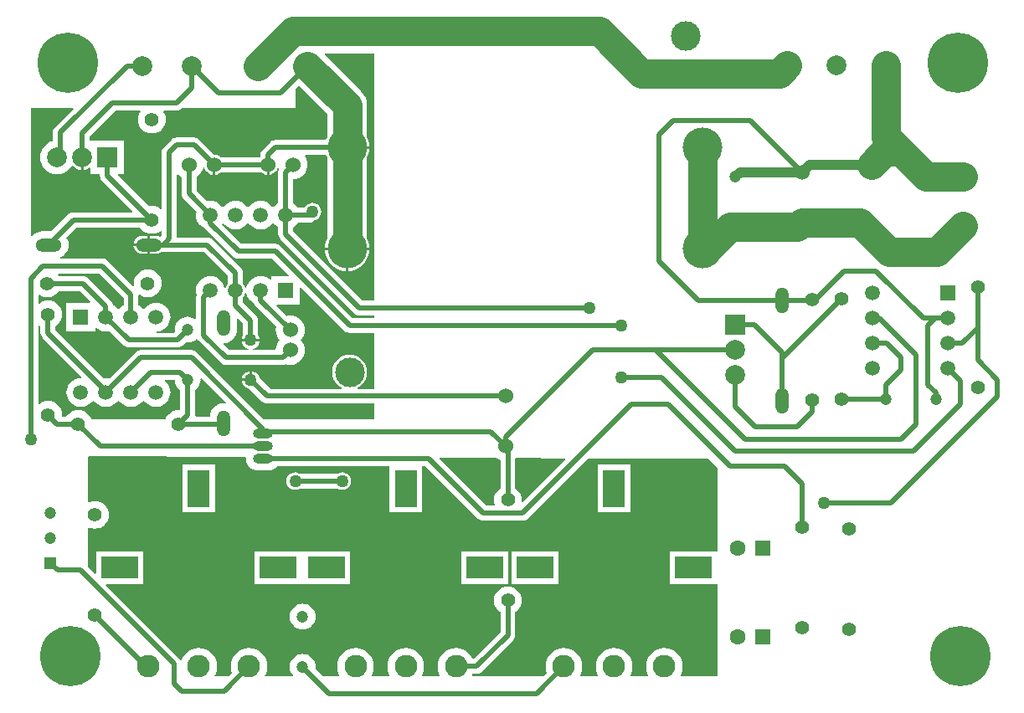
<source format=gtl>
G04*
G04 #@! TF.GenerationSoftware,Altium Limited,Altium Designer,18.0.7 (293)*
G04*
G04 Layer_Physical_Order=1*
G04 Layer_Color=255*
%FSLAX43Y43*%
%MOMM*%
G71*
G01*
G75*
%ADD13R,3.810X2.286*%
%ADD14R,2.286X3.810*%
%ADD38C,3.000*%
%ADD39C,0.500*%
%ADD40C,1.000*%
%ADD41R,2.000X2.000*%
%ADD42C,2.000*%
%ADD43O,1.321X2.642*%
%ADD44C,1.524*%
%ADD45C,1.400*%
%ADD46O,2.642X1.321*%
%ADD47C,6.100*%
%ADD48C,1.500*%
%ADD49C,4.000*%
%ADD50O,2.000X1.000*%
%ADD51O,2.000X1.000*%
%ADD52R,2.000X2.000*%
%ADD53C,1.200*%
%ADD54R,1.500X1.500*%
%ADD55R,1.500X1.500*%
%ADD56C,2.286*%
%ADD57R,1.600X1.600*%
%ADD58C,1.600*%
%ADD59R,1.200X1.200*%
%ADD60C,1.270*%
%ADD61C,3.000*%
G36*
X30990Y59927D02*
Y57534D01*
X30985Y57526D01*
X30874Y57256D01*
X25750D01*
X25554Y57231D01*
X25372Y57155D01*
X25215Y57035D01*
X25215Y57035D01*
X24465Y56285D01*
X24345Y56128D01*
X24269Y55946D01*
X24244Y55750D01*
Y55506D01*
X20223D01*
X20052Y55637D01*
X19805Y55740D01*
X19592Y55768D01*
X18075Y57285D01*
X17918Y57405D01*
X17736Y57481D01*
X17540Y57506D01*
X15750D01*
X15750Y57506D01*
X15554Y57481D01*
X15372Y57405D01*
X15215Y57285D01*
X14465Y56535D01*
X14345Y56378D01*
X14269Y56196D01*
X14244Y56000D01*
Y50314D01*
X14129Y50260D01*
X14032Y50340D01*
X13788Y50470D01*
X13524Y50550D01*
X13250Y50577D01*
X12976Y50550D01*
X12948Y50541D01*
X9807Y53683D01*
X9856Y53800D01*
X10450D01*
Y57200D01*
X7050D01*
X6966Y57292D01*
Y57647D01*
X9563Y60244D01*
X12040D01*
X12094Y60129D01*
X12080Y60112D01*
X11950Y59868D01*
X11870Y59604D01*
X11843Y59330D01*
X11870Y59056D01*
X11950Y58792D01*
X12080Y58548D01*
X12255Y58335D01*
X12468Y58160D01*
X12712Y58030D01*
X12976Y57950D01*
X13250Y57923D01*
X13524Y57950D01*
X13788Y58030D01*
X14032Y58160D01*
X14245Y58335D01*
X14420Y58548D01*
X14550Y58792D01*
X14630Y59056D01*
X14657Y59330D01*
X14630Y59604D01*
X14550Y59868D01*
X14420Y60112D01*
X14406Y60129D01*
X14460Y60244D01*
X15750D01*
X15946Y60269D01*
X16128Y60345D01*
X16285Y60465D01*
X16320Y60500D01*
X27750D01*
Y62421D01*
X28123Y62794D01*
X30990Y59927D01*
D02*
G37*
G36*
X25127Y53742D02*
X25265Y53760D01*
X25512Y53863D01*
X25725Y54025D01*
X25887Y54238D01*
X25944Y54374D01*
X26083Y54377D01*
X26110Y54318D01*
X26059Y54196D01*
X26034Y54000D01*
Y50888D01*
X25981Y50859D01*
X25760Y50678D01*
X25595Y50477D01*
X25520Y50466D01*
X25445Y50477D01*
X25280Y50678D01*
X25059Y50859D01*
X24808Y50994D01*
X24534Y51077D01*
X24250Y51105D01*
X23966Y51077D01*
X23692Y50994D01*
X23441Y50859D01*
X23220Y50678D01*
X23055Y50477D01*
X22980Y50466D01*
X22905Y50477D01*
X22740Y50678D01*
X22519Y50859D01*
X22268Y50994D01*
X21994Y51077D01*
X21710Y51105D01*
X21426Y51077D01*
X21152Y50994D01*
X20901Y50859D01*
X20680Y50678D01*
X20515Y50477D01*
X20440Y50466D01*
X20365Y50477D01*
X20200Y50678D01*
X19979Y50859D01*
X19728Y50994D01*
X19454Y51077D01*
X19170Y51105D01*
X18886Y51077D01*
X18828Y51060D01*
X17756Y52131D01*
Y53497D01*
X17816Y53529D01*
X18039Y53711D01*
X18221Y53934D01*
X18357Y54188D01*
X18433Y54437D01*
X18513Y54454D01*
X18566Y54448D01*
X18653Y54238D01*
X18815Y54025D01*
X19028Y53863D01*
X19275Y53760D01*
X19413Y53742D01*
Y54750D01*
X19667D01*
Y53742D01*
X19805Y53760D01*
X20052Y53863D01*
X20223Y53994D01*
X24317D01*
X24488Y53863D01*
X24735Y53760D01*
X24873Y53742D01*
Y54750D01*
X25127D01*
Y53742D01*
D02*
G37*
G36*
X23055Y48819D02*
X23220Y48618D01*
X23441Y48437D01*
X23692Y48302D01*
X23966Y48219D01*
X24250Y48191D01*
X24534Y48219D01*
X24808Y48302D01*
X25059Y48437D01*
X25280Y48618D01*
X25445Y48819D01*
X25520Y48830D01*
X25595Y48819D01*
X25760Y48618D01*
X25981Y48437D01*
X26034Y48408D01*
Y47710D01*
X26059Y47514D01*
X26135Y47332D01*
X26255Y47175D01*
X33715Y39715D01*
X33715Y39715D01*
X33872Y39595D01*
X34054Y39519D01*
X34250Y39494D01*
X34250Y39494D01*
X35750D01*
Y39256D01*
X33563D01*
X26285Y46535D01*
X26128Y46655D01*
X25946Y46731D01*
X25750Y46756D01*
X22313D01*
X20374Y48695D01*
X20404Y48778D01*
X20542Y48786D01*
X20680Y48618D01*
X20901Y48437D01*
X21152Y48302D01*
X21426Y48219D01*
X21710Y48191D01*
X21994Y48219D01*
X22268Y48302D01*
X22519Y48437D01*
X22740Y48618D01*
X22905Y48819D01*
X22980Y48830D01*
X23055Y48819D01*
D02*
G37*
G36*
X5313Y60383D02*
X3465Y58535D01*
X3345Y58378D01*
X3269Y58196D01*
X3244Y58000D01*
Y57147D01*
X3016Y57078D01*
X2721Y56920D01*
X2462Y56708D01*
X2250Y56449D01*
X2092Y56154D01*
X1995Y55833D01*
X1962Y55500D01*
X1995Y55167D01*
X2092Y54846D01*
X2250Y54551D01*
X2462Y54292D01*
X2721Y54080D01*
X3016Y53922D01*
X3337Y53825D01*
X3670Y53792D01*
X4003Y53825D01*
X4324Y53922D01*
X4619Y54080D01*
X4878Y54292D01*
X5090Y54551D01*
X5145Y54654D01*
X5272Y54666D01*
X5319Y54609D01*
X5510Y54452D01*
X5728Y54336D01*
X5964Y54264D01*
X6083Y54252D01*
Y55500D01*
X6337D01*
Y54252D01*
X6456Y54264D01*
X6692Y54336D01*
X6910Y54452D01*
X6935Y54473D01*
X7050Y54419D01*
Y53800D01*
X7994D01*
Y53670D01*
X8019Y53474D01*
X8095Y53292D01*
X8215Y53135D01*
X11306Y50044D01*
X11258Y49926D01*
X5320D01*
X5124Y49901D01*
X4942Y49825D01*
X4785Y49705D01*
X4785Y49705D01*
X3097Y48017D01*
X2140D01*
X1873Y47991D01*
X1616Y47913D01*
X1380Y47787D01*
X1173Y47617D01*
X1127Y47561D01*
X1000Y47606D01*
Y60500D01*
X5264D01*
X5313Y60383D01*
D02*
G37*
G36*
X12080Y48388D02*
X12255Y48175D01*
X12468Y48000D01*
X12712Y47870D01*
X12976Y47790D01*
X13250Y47763D01*
X13524Y47790D01*
X13788Y47870D01*
X14032Y48000D01*
X14129Y48080D01*
X14244Y48026D01*
Y47563D01*
X14108Y47428D01*
X14082Y47449D01*
X13859Y47541D01*
X13620Y47572D01*
X13087D01*
Y46650D01*
Y45728D01*
X13620D01*
X13859Y45759D01*
X14082Y45851D01*
X14137Y45894D01*
X18537D01*
X20954Y43477D01*
Y42691D01*
X20833Y42534D01*
X20732Y42290D01*
X20730Y42277D01*
X20602Y42279D01*
X20599Y42312D01*
X20516Y42586D01*
X20381Y42837D01*
X20200Y43058D01*
X19979Y43239D01*
X19728Y43374D01*
X19454Y43457D01*
X19170Y43485D01*
X18886Y43457D01*
X18612Y43374D01*
X18361Y43239D01*
X18140Y43058D01*
X17959Y42837D01*
X17824Y42586D01*
X17741Y42312D01*
X17713Y42028D01*
X17741Y41744D01*
X17786Y41595D01*
X17769Y41554D01*
X17744Y41358D01*
Y39188D01*
X17629Y39133D01*
X17603Y39154D01*
X17377Y39275D01*
X17132Y39349D01*
X16878Y39374D01*
X16623Y39349D01*
X16378Y39275D01*
X16152Y39154D01*
X15954Y38992D01*
X15791Y38794D01*
X15671Y38568D01*
X15596Y38323D01*
X15571Y38068D01*
X15592Y37853D01*
X15496Y37756D01*
X13720D01*
X13713Y37883D01*
X13972Y37909D01*
X14245Y37992D01*
X14497Y38126D01*
X14718Y38308D01*
X14899Y38528D01*
X15034Y38780D01*
X15116Y39054D01*
X15144Y39338D01*
X15116Y39622D01*
X15034Y39896D01*
X14899Y40147D01*
X14718Y40368D01*
X14497Y40549D01*
X14245Y40684D01*
X13972Y40767D01*
X13687Y40795D01*
X13403Y40767D01*
X13130Y40684D01*
X12878Y40549D01*
X12657Y40368D01*
X12492Y40167D01*
X12417Y40156D01*
X12343Y40167D01*
X12178Y40368D01*
X11957Y40549D01*
X11904Y40578D01*
Y41535D01*
X12031Y41595D01*
X12048Y41580D01*
X12292Y41450D01*
X12556Y41370D01*
X12830Y41343D01*
X13104Y41370D01*
X13368Y41450D01*
X13612Y41580D01*
X13825Y41755D01*
X14000Y41968D01*
X14130Y42212D01*
X14210Y42476D01*
X14237Y42750D01*
X14210Y43024D01*
X14130Y43288D01*
X14000Y43532D01*
X13825Y43745D01*
X13612Y43920D01*
X13368Y44050D01*
X13104Y44130D01*
X12830Y44157D01*
X12556Y44130D01*
X12292Y44050D01*
X12048Y43920D01*
X11835Y43745D01*
X11660Y43532D01*
X11530Y43288D01*
X11450Y43024D01*
X11423Y42750D01*
X11442Y42557D01*
X11320Y42500D01*
X8785Y45035D01*
X8628Y45155D01*
X8446Y45231D01*
X8250Y45256D01*
X3990D01*
X3972Y45383D01*
X3984Y45387D01*
X4220Y45513D01*
X4427Y45683D01*
X4597Y45891D01*
X4723Y46127D01*
X4801Y46383D01*
X4827Y46650D01*
X4801Y46917D01*
X4723Y47173D01*
X4608Y47388D01*
X5633Y48414D01*
X12067D01*
X12080Y48388D01*
D02*
G37*
G36*
X35750Y41006D02*
X34563D01*
X27546Y48023D01*
Y48408D01*
X27599Y48437D01*
X27820Y48618D01*
X28001Y48839D01*
X28030Y48892D01*
X29148D01*
X29344Y48917D01*
X29526Y48993D01*
X29683Y49113D01*
X29699Y49130D01*
X29732Y49134D01*
X29948Y49223D01*
X30134Y49366D01*
X30277Y49552D01*
X30366Y49768D01*
X30397Y50000D01*
X30366Y50232D01*
X30277Y50448D01*
X30134Y50634D01*
X29948Y50777D01*
X29732Y50866D01*
X29500Y50897D01*
X29268Y50866D01*
X29052Y50777D01*
X28866Y50634D01*
X28723Y50448D01*
X28705Y50404D01*
X28030D01*
X28001Y50457D01*
X27820Y50678D01*
X27599Y50859D01*
X27546Y50888D01*
Y53282D01*
X27827Y53309D01*
X28102Y53393D01*
X28356Y53529D01*
X28579Y53711D01*
X28761Y53934D01*
X28897Y54188D01*
X28981Y54463D01*
X29009Y54750D01*
X28981Y55037D01*
X28897Y55312D01*
X28761Y55566D01*
X28710Y55629D01*
X28764Y55744D01*
X30874D01*
X30985Y55474D01*
X30990Y55466D01*
Y47284D01*
X30985Y47276D01*
X30850Y46949D01*
X30767Y46604D01*
X30749Y46377D01*
X35251D01*
X35233Y46604D01*
X35150Y46949D01*
X35015Y47276D01*
X35010Y47284D01*
Y55466D01*
X35015Y55474D01*
X35150Y55801D01*
X35233Y56146D01*
X35251Y56373D01*
X33000D01*
Y56627D01*
X35251D01*
X35233Y56854D01*
X35150Y57199D01*
X35015Y57526D01*
X35010Y57534D01*
Y60759D01*
X34971Y61152D01*
X34857Y61528D01*
X34671Y61876D01*
X34421Y62180D01*
X30719Y65883D01*
X30767Y66000D01*
X35750Y66000D01*
Y41006D01*
D02*
G37*
G36*
X15961Y53711D02*
X16184Y53529D01*
X16244Y53497D01*
Y51818D01*
X16269Y51622D01*
X16345Y51440D01*
X16465Y51283D01*
X17758Y49990D01*
X17741Y49932D01*
X17713Y49648D01*
X17741Y49364D01*
X17824Y49090D01*
X17959Y48839D01*
X18140Y48618D01*
X18361Y48437D01*
X18612Y48302D01*
X18635Y48295D01*
X21465Y45465D01*
X21465Y45465D01*
X21622Y45345D01*
X21804Y45269D01*
X22000Y45244D01*
X25437D01*
X27085Y43595D01*
X27036Y43478D01*
X25340D01*
Y43174D01*
X25213Y43113D01*
X25059Y43239D01*
X24808Y43374D01*
X24534Y43457D01*
X24250Y43485D01*
X23966Y43457D01*
X23692Y43374D01*
X23441Y43239D01*
X23220Y43058D01*
X23039Y42837D01*
X22904Y42586D01*
X22821Y42312D01*
X22818Y42279D01*
X22690Y42277D01*
X22688Y42290D01*
X22587Y42534D01*
X22466Y42691D01*
Y43790D01*
X22441Y43986D01*
X22365Y44168D01*
X22245Y44325D01*
X19385Y47185D01*
X19228Y47305D01*
X19046Y47381D01*
X18850Y47406D01*
X15756D01*
Y53760D01*
X15883Y53806D01*
X15961Y53711D01*
D02*
G37*
G36*
X10391Y41289D02*
Y40578D01*
X10338Y40549D01*
X10117Y40368D01*
X9952Y40167D01*
X9877Y40156D01*
X9803Y40167D01*
X9638Y40368D01*
X9417Y40549D01*
X9336Y40592D01*
X9263Y40771D01*
X9142Y40927D01*
X6785Y43285D01*
X6628Y43405D01*
X6446Y43481D01*
X6250Y43506D01*
X3853D01*
X3840Y43532D01*
X3760Y43629D01*
X3814Y43744D01*
X7937D01*
X10391Y41289D01*
D02*
G37*
G36*
X22818Y41777D02*
X22821Y41744D01*
X22904Y41470D01*
X23039Y41219D01*
X23220Y40998D01*
X23441Y40817D01*
X23544Y40761D01*
X23595Y40638D01*
X23715Y40481D01*
X25829Y38367D01*
X25809Y38303D01*
X25781Y38016D01*
X25809Y37729D01*
X25893Y37454D01*
X26029Y37200D01*
X26192Y37000D01*
X26029Y36800D01*
X25893Y36546D01*
X25809Y36271D01*
X25783Y36006D01*
X23487D01*
X23479Y36133D01*
X23482Y36134D01*
X23698Y36223D01*
X23884Y36366D01*
X24027Y36552D01*
X24116Y36768D01*
X24130Y36873D01*
X22370D01*
X22384Y36768D01*
X22473Y36552D01*
X22616Y36366D01*
X22802Y36223D01*
X23018Y36134D01*
X23021Y36133D01*
X23013Y36006D01*
X21063D01*
X20484Y36586D01*
X20533Y36716D01*
X20744Y36737D01*
X21001Y36815D01*
X21237Y36941D01*
X21444Y37111D01*
X21614Y37318D01*
X21740Y37554D01*
X21818Y37811D01*
X21844Y38078D01*
Y39170D01*
X21962Y39218D01*
X22494Y38687D01*
Y37474D01*
X22473Y37448D01*
X22384Y37232D01*
X22370Y37127D01*
X24130D01*
X24116Y37232D01*
X24027Y37448D01*
X24006Y37474D01*
Y39000D01*
X24006Y39000D01*
X23981Y39196D01*
X23905Y39378D01*
X23785Y39535D01*
X23785Y39535D01*
X22466Y40853D01*
Y41365D01*
X22587Y41522D01*
X22688Y41766D01*
X22690Y41779D01*
X22818Y41777D01*
D02*
G37*
G36*
X32715Y37965D02*
X32715Y37965D01*
X32872Y37845D01*
X33054Y37769D01*
X33250Y37744D01*
X33250Y37744D01*
X35750D01*
Y32086D01*
X34076D01*
X34044Y32213D01*
X34229Y32313D01*
X34496Y32532D01*
X34715Y32799D01*
X34878Y33104D01*
X34979Y33434D01*
X35012Y33778D01*
X34979Y34122D01*
X34878Y34452D01*
X34715Y34757D01*
X34496Y35024D01*
X34229Y35243D01*
X33924Y35406D01*
X33594Y35507D01*
X33250Y35540D01*
X32906Y35507D01*
X32576Y35406D01*
X32271Y35243D01*
X32004Y35024D01*
X31785Y34757D01*
X31622Y34452D01*
X31521Y34122D01*
X31488Y33778D01*
X31521Y33434D01*
X31622Y33104D01*
X31785Y32799D01*
X32004Y32532D01*
X32271Y32313D01*
X32456Y32213D01*
X32424Y32086D01*
X25233D01*
X24120Y33199D01*
X24116Y33232D01*
X24027Y33448D01*
X23884Y33634D01*
X23698Y33777D01*
X23482Y33866D01*
X23377Y33880D01*
Y33000D01*
X23250D01*
Y32873D01*
X22370D01*
X22384Y32768D01*
X22473Y32552D01*
X22616Y32366D01*
X22802Y32223D01*
X23018Y32134D01*
X23051Y32130D01*
X24385Y30795D01*
X24542Y30675D01*
X24724Y30599D01*
X24920Y30574D01*
X35750D01*
Y29000D01*
X24570Y29000D01*
X17785Y35785D01*
X17785Y35785D01*
X17628Y35905D01*
X17446Y35981D01*
X17250Y36006D01*
X12140D01*
X11944Y35981D01*
X11761Y35905D01*
X11605Y35785D01*
X11605Y35785D01*
X8949Y33129D01*
X8892Y33147D01*
X8607Y33175D01*
X8414Y33156D01*
X3506Y38063D01*
Y38425D01*
X3532Y38438D01*
X3745Y38613D01*
X3920Y38826D01*
X4050Y39070D01*
X4130Y39334D01*
X4157Y39608D01*
X4130Y39882D01*
X4050Y40146D01*
X3920Y40390D01*
X3745Y40603D01*
X3532Y40778D01*
X3288Y40908D01*
X3024Y40988D01*
X2750Y41015D01*
X2476Y40988D01*
X2212Y40908D01*
X1968Y40778D01*
X1871Y40698D01*
X1756Y40752D01*
Y41540D01*
X1871Y41594D01*
X1888Y41580D01*
X2132Y41450D01*
X2396Y41370D01*
X2670Y41343D01*
X2944Y41370D01*
X3208Y41450D01*
X3452Y41580D01*
X3665Y41755D01*
X3840Y41968D01*
X3853Y41994D01*
X5937D01*
X7025Y40905D01*
X6976Y40788D01*
X4617D01*
Y37888D01*
X7517D01*
Y38192D01*
X7644Y38252D01*
X7798Y38126D01*
X8050Y37992D01*
X8323Y37909D01*
X8607Y37881D01*
X8892Y37909D01*
X8949Y37926D01*
X10410Y36465D01*
X10567Y36345D01*
X10750Y36269D01*
X10945Y36244D01*
X15809D01*
X16005Y36269D01*
X16188Y36345D01*
X16344Y36465D01*
X16662Y36783D01*
X16878Y36762D01*
X17132Y36787D01*
X17377Y36861D01*
X17603Y36982D01*
X17724Y37081D01*
X17740Y37087D01*
X17890Y37063D01*
X17892Y37060D01*
X17965Y36965D01*
X20215Y34715D01*
X20215Y34715D01*
X20372Y34595D01*
X20554Y34519D01*
X20750Y34494D01*
X20750Y34494D01*
X26516D01*
X26712Y34519D01*
X26851Y34577D01*
X26963Y34543D01*
X27250Y34515D01*
X27537Y34543D01*
X27812Y34627D01*
X28066Y34763D01*
X28289Y34945D01*
X28471Y35168D01*
X28607Y35422D01*
X28691Y35697D01*
X28719Y35984D01*
X28691Y36271D01*
X28607Y36546D01*
X28471Y36800D01*
X28308Y37000D01*
X28471Y37200D01*
X28607Y37454D01*
X28691Y37729D01*
X28719Y38016D01*
X28691Y38303D01*
X28607Y38578D01*
X28471Y38832D01*
X28289Y39055D01*
X28066Y39237D01*
X27812Y39373D01*
X27537Y39457D01*
X27250Y39485D01*
X26963Y39457D01*
X26899Y39437D01*
X25875Y40461D01*
X25924Y40578D01*
X28240D01*
Y42274D01*
X28357Y42323D01*
X32715Y37965D01*
D02*
G37*
G36*
X1968Y38438D02*
X1994Y38425D01*
Y37750D01*
X2019Y37554D01*
X2095Y37372D01*
X2215Y37215D01*
X6142Y33288D01*
X6088Y33173D01*
X6067Y33175D01*
X5783Y33147D01*
X5510Y33064D01*
X5258Y32929D01*
X5037Y32748D01*
X4856Y32527D01*
X4721Y32276D01*
X4638Y32002D01*
X4610Y31718D01*
X4638Y31434D01*
X4721Y31160D01*
X4856Y30908D01*
X5037Y30688D01*
X5258Y30506D01*
X5510Y30372D01*
X5783Y30289D01*
X6067Y30261D01*
X6352Y30289D01*
X6625Y30372D01*
X6877Y30506D01*
X7098Y30688D01*
X7263Y30889D01*
X7337Y30900D01*
X7412Y30889D01*
X7577Y30688D01*
X7798Y30506D01*
X8050Y30372D01*
X8323Y30289D01*
X8607Y30261D01*
X8892Y30289D01*
X9165Y30372D01*
X9417Y30506D01*
X9638Y30688D01*
X9803Y30889D01*
X9877Y30900D01*
X9952Y30889D01*
X10117Y30688D01*
X10338Y30506D01*
X10590Y30372D01*
X10863Y30289D01*
X11147Y30261D01*
X11432Y30289D01*
X11705Y30372D01*
X11957Y30506D01*
X12178Y30688D01*
X12343Y30889D01*
X12417Y30900D01*
X12492Y30889D01*
X12657Y30688D01*
X12878Y30506D01*
X13130Y30372D01*
X13403Y30289D01*
X13687Y30261D01*
X13972Y30289D01*
X14245Y30372D01*
X14497Y30506D01*
X14718Y30688D01*
X14899Y30908D01*
X15034Y31160D01*
X15116Y31434D01*
X15144Y31718D01*
X15116Y32002D01*
X15034Y32276D01*
X14899Y32527D01*
X14718Y32748D01*
X14573Y32867D01*
X14619Y32994D01*
X15566D01*
X15571Y32988D01*
X15596Y32733D01*
X15671Y32488D01*
X15791Y32262D01*
X15954Y32064D01*
X16121Y31927D01*
Y30013D01*
X16027Y29928D01*
X15958Y29935D01*
X15683Y29908D01*
X15419Y29828D01*
X15176Y29698D01*
X14963Y29523D01*
X14788Y29310D01*
X14658Y29066D01*
X14638Y29000D01*
X7117Y29000D01*
X7097Y29066D01*
X6967Y29310D01*
X6792Y29523D01*
X6579Y29698D01*
X6336Y29828D01*
X6072Y29908D01*
X5798Y29935D01*
X5523Y29908D01*
X5259Y29828D01*
X5016Y29698D01*
X4803Y29523D01*
X4628Y29310D01*
X4614Y29284D01*
X4235D01*
X4150Y29379D01*
X4157Y29448D01*
X4130Y29722D01*
X4050Y29986D01*
X3920Y30230D01*
X3745Y30443D01*
X3532Y30618D01*
X3288Y30748D01*
X3024Y30828D01*
X2750Y30855D01*
X2476Y30828D01*
X2212Y30748D01*
X1968Y30618D01*
X1871Y30538D01*
X1756Y30592D01*
Y38464D01*
X1871Y38518D01*
X1968Y38438D01*
D02*
G37*
G36*
X20721Y30709D02*
X20664Y30587D01*
X20478Y30605D01*
X20211Y30579D01*
X19954Y30501D01*
X19718Y30375D01*
X19511Y30205D01*
X19341Y29998D01*
X19215Y29762D01*
X19137Y29505D01*
X19115Y29284D01*
X17709D01*
X17625Y29380D01*
X17634Y29448D01*
X17634Y29448D01*
Y31927D01*
X17801Y32064D01*
X17964Y32262D01*
X18084Y32488D01*
X18159Y32733D01*
X18184Y32988D01*
X18175Y33075D01*
X18297Y33133D01*
X20721Y30709D01*
D02*
G37*
G36*
X55072Y25057D02*
X55120Y24940D01*
X50760Y20580D01*
X50638Y20637D01*
X50657Y20830D01*
X50630Y21104D01*
X50550Y21368D01*
X50420Y21612D01*
X50245Y21825D01*
X50032Y22000D01*
X50006Y22013D01*
Y24988D01*
X50096Y25077D01*
X55072Y25057D01*
D02*
G37*
G36*
X48115Y25085D02*
X48184Y25029D01*
X48438Y24893D01*
X48494Y24876D01*
Y22013D01*
X48468Y22000D01*
X48255Y21825D01*
X48080Y21612D01*
X47950Y21368D01*
X47870Y21104D01*
X47843Y20830D01*
X47870Y20556D01*
X47922Y20383D01*
X47828Y20256D01*
X47063D01*
X42329Y24991D01*
X42378Y25108D01*
X48115Y25085D01*
D02*
G37*
G36*
X22718Y25186D02*
X22803Y25092D01*
X22794Y25000D01*
X22817Y24765D01*
X22886Y24539D01*
X22997Y24330D01*
X23147Y24147D01*
X23330Y23997D01*
X23539Y23886D01*
X23765Y23817D01*
X24000Y23794D01*
X25000D01*
X25235Y23817D01*
X25461Y23886D01*
X25670Y23997D01*
X25853Y24147D01*
X25932Y24244D01*
X37277D01*
Y19595D01*
X40563D01*
Y24244D01*
X40937D01*
X46215Y18965D01*
X46215Y18965D01*
X46372Y18845D01*
X46554Y18769D01*
X46750Y18744D01*
X50750D01*
X50946Y18769D01*
X51128Y18845D01*
X51285Y18965D01*
X57368Y25048D01*
X69500Y25000D01*
X70500Y24000D01*
Y15720D01*
X70405Y15643D01*
X70373Y15643D01*
X65595D01*
Y12357D01*
X70373D01*
X70405Y12357D01*
X70500Y12280D01*
Y3000D01*
X66759D01*
X66693Y3109D01*
X66791Y3291D01*
X66896Y3639D01*
X66932Y4000D01*
X66896Y4361D01*
X66791Y4709D01*
X66620Y5029D01*
X66390Y5310D01*
X66109Y5540D01*
X65789Y5711D01*
X65441Y5816D01*
X65080Y5852D01*
X64719Y5816D01*
X64371Y5711D01*
X64051Y5540D01*
X63770Y5310D01*
X63540Y5029D01*
X63369Y4709D01*
X63264Y4361D01*
X63228Y4000D01*
X63264Y3639D01*
X63369Y3291D01*
X63467Y3109D01*
X63401Y3000D01*
X61679D01*
X61613Y3109D01*
X61711Y3291D01*
X61816Y3639D01*
X61852Y4000D01*
X61816Y4361D01*
X61711Y4709D01*
X61540Y5029D01*
X61310Y5310D01*
X61029Y5540D01*
X60709Y5711D01*
X60361Y5816D01*
X60000Y5852D01*
X59639Y5816D01*
X59291Y5711D01*
X58971Y5540D01*
X58690Y5310D01*
X58460Y5029D01*
X58289Y4709D01*
X58184Y4361D01*
X58148Y4000D01*
X58184Y3639D01*
X58289Y3291D01*
X58387Y3109D01*
X58321Y3000D01*
X56599D01*
X56533Y3109D01*
X56631Y3291D01*
X56736Y3639D01*
X56772Y4000D01*
X56736Y4361D01*
X56631Y4709D01*
X56460Y5029D01*
X56229Y5310D01*
X55949Y5540D01*
X55629Y5711D01*
X55281Y5816D01*
X54920Y5852D01*
X54559Y5816D01*
X54211Y5711D01*
X53891Y5540D01*
X53610Y5310D01*
X53380Y5029D01*
X53209Y4709D01*
X53104Y4361D01*
X53068Y4000D01*
X53104Y3639D01*
X53193Y3343D01*
X52850Y3000D01*
X45679D01*
X45613Y3109D01*
X45685Y3244D01*
X46080D01*
X46276Y3269D01*
X46458Y3345D01*
X46615Y3465D01*
X49785Y6635D01*
X49905Y6792D01*
X49981Y6974D01*
X49994Y7072D01*
X50006Y7170D01*
X50006Y7170D01*
Y9487D01*
X50032Y9500D01*
X50245Y9675D01*
X50420Y9888D01*
X50550Y10132D01*
X50630Y10396D01*
X50657Y10670D01*
X50630Y10944D01*
X50550Y11208D01*
X50420Y11452D01*
X50245Y11665D01*
X50032Y11840D01*
X49788Y11970D01*
X49524Y12050D01*
X49250Y12077D01*
X48976Y12050D01*
X48712Y11970D01*
X48468Y11840D01*
X48255Y11665D01*
X48080Y11452D01*
X47950Y11208D01*
X47870Y10944D01*
X47843Y10670D01*
X47870Y10396D01*
X47950Y10132D01*
X48080Y9888D01*
X48255Y9675D01*
X48468Y9500D01*
X48494Y9487D01*
Y7483D01*
X45800Y4790D01*
X45660Y4805D01*
X45540Y5029D01*
X45310Y5310D01*
X45029Y5540D01*
X44709Y5711D01*
X44361Y5816D01*
X44000Y5852D01*
X43639Y5816D01*
X43291Y5711D01*
X42971Y5540D01*
X42690Y5310D01*
X42460Y5029D01*
X42289Y4709D01*
X42184Y4361D01*
X42148Y4000D01*
X42184Y3639D01*
X42289Y3291D01*
X42387Y3109D01*
X42321Y3000D01*
X40599D01*
X40533Y3109D01*
X40631Y3291D01*
X40736Y3639D01*
X40772Y4000D01*
X40736Y4361D01*
X40631Y4709D01*
X40460Y5029D01*
X40230Y5310D01*
X39949Y5540D01*
X39629Y5711D01*
X39281Y5816D01*
X38920Y5852D01*
X38559Y5816D01*
X38211Y5711D01*
X37891Y5540D01*
X37611Y5310D01*
X37380Y5029D01*
X37209Y4709D01*
X37104Y4361D01*
X37068Y4000D01*
X37104Y3639D01*
X37209Y3291D01*
X37307Y3109D01*
X37241Y3000D01*
X35519D01*
X35453Y3109D01*
X35551Y3291D01*
X35656Y3639D01*
X35692Y4000D01*
X35656Y4361D01*
X35551Y4709D01*
X35380Y5029D01*
X35150Y5310D01*
X34869Y5540D01*
X34549Y5711D01*
X34201Y5816D01*
X33840Y5852D01*
X33479Y5816D01*
X33131Y5711D01*
X32811Y5540D01*
X32530Y5310D01*
X32300Y5029D01*
X32129Y4709D01*
X32024Y4361D01*
X31988Y4000D01*
X32024Y3639D01*
X32129Y3291D01*
X32227Y3109D01*
X32161Y3000D01*
X30530D01*
X29785Y3745D01*
X29806Y3960D01*
X29781Y4215D01*
X29707Y4460D01*
X29586Y4686D01*
X29424Y4884D01*
X29226Y5046D01*
X29000Y5167D01*
X28755Y5241D01*
X28500Y5266D01*
X28245Y5241D01*
X28000Y5167D01*
X27774Y5046D01*
X27576Y4884D01*
X27414Y4686D01*
X27293Y4460D01*
X27219Y4215D01*
X27194Y3960D01*
X27219Y3705D01*
X27293Y3460D01*
X27414Y3234D01*
X27502Y3127D01*
X27442Y3000D01*
X24759D01*
X24693Y3109D01*
X24791Y3291D01*
X24896Y3639D01*
X24932Y4000D01*
X24896Y4361D01*
X24791Y4709D01*
X24620Y5029D01*
X24389Y5310D01*
X24109Y5540D01*
X23789Y5711D01*
X23441Y5816D01*
X23080Y5852D01*
X22719Y5816D01*
X22371Y5711D01*
X22051Y5540D01*
X21770Y5310D01*
X21540Y5029D01*
X21369Y4709D01*
X21264Y4361D01*
X21228Y4000D01*
X21264Y3639D01*
X21353Y3343D01*
X21010Y3000D01*
X19679D01*
X19613Y3109D01*
X19711Y3291D01*
X19816Y3639D01*
X19852Y4000D01*
X19816Y4361D01*
X19711Y4709D01*
X19540Y5029D01*
X19309Y5310D01*
X19029Y5540D01*
X18709Y5711D01*
X18361Y5816D01*
X18000Y5852D01*
X17639Y5816D01*
X17291Y5711D01*
X16971Y5540D01*
X16690Y5310D01*
X16460Y5029D01*
X16289Y4709D01*
X16271Y4649D01*
X16139Y4650D01*
X16035Y4785D01*
X16035Y4785D01*
X8580Y12240D01*
X8629Y12357D01*
X12405D01*
Y15643D01*
X7595D01*
Y13391D01*
X7478Y13342D01*
X6750Y14070D01*
X6750Y18020D01*
X6859Y18085D01*
X6962Y18030D01*
X7226Y17950D01*
X7500Y17923D01*
X7774Y17950D01*
X8038Y18030D01*
X8282Y18160D01*
X8495Y18335D01*
X8670Y18548D01*
X8800Y18792D01*
X8880Y19056D01*
X8907Y19330D01*
X8880Y19604D01*
X8800Y19868D01*
X8670Y20112D01*
X8495Y20325D01*
X8282Y20500D01*
X8038Y20630D01*
X7774Y20710D01*
X7500Y20737D01*
X7226Y20710D01*
X6962Y20630D01*
X6859Y20575D01*
X6750Y20640D01*
X6750Y25160D01*
X6840Y25250D01*
X22718Y25186D01*
D02*
G37*
%LPC*%
G36*
X12833Y47572D02*
X12300D01*
X12061Y47541D01*
X11838Y47449D01*
X11647Y47302D01*
X11501Y47111D01*
X11409Y46889D01*
X11394Y46777D01*
X12833D01*
Y47572D01*
D02*
G37*
G36*
Y46523D02*
X11394D01*
X11409Y46411D01*
X11501Y46189D01*
X11647Y45998D01*
X11838Y45851D01*
X12061Y45759D01*
X12300Y45728D01*
X12833D01*
Y46523D01*
D02*
G37*
G36*
X35251Y46123D02*
X33127D01*
Y43999D01*
X33354Y44017D01*
X33699Y44100D01*
X34026Y44235D01*
X34329Y44421D01*
X34599Y44651D01*
X34829Y44921D01*
X35015Y45224D01*
X35150Y45551D01*
X35233Y45896D01*
X35251Y46123D01*
D02*
G37*
G36*
X32873D02*
X30749D01*
X30767Y45896D01*
X30850Y45551D01*
X30985Y45224D01*
X31171Y44921D01*
X31401Y44651D01*
X31671Y44421D01*
X31974Y44235D01*
X32301Y44100D01*
X32646Y44017D01*
X32873Y43999D01*
Y46123D01*
D02*
G37*
G36*
X23123Y33880D02*
X23018Y33866D01*
X22802Y33777D01*
X22616Y33634D01*
X22473Y33448D01*
X22384Y33232D01*
X22370Y33127D01*
X23123D01*
Y33880D01*
D02*
G37*
G36*
X32500Y23647D02*
X32268Y23616D01*
X32052Y23527D01*
X32026Y23506D01*
X28224D01*
X28198Y23527D01*
X27982Y23616D01*
X27750Y23647D01*
X27518Y23616D01*
X27302Y23527D01*
X27116Y23384D01*
X26973Y23198D01*
X26884Y22982D01*
X26853Y22750D01*
X26884Y22518D01*
X26973Y22302D01*
X27116Y22116D01*
X27302Y21973D01*
X27518Y21884D01*
X27750Y21853D01*
X27982Y21884D01*
X28198Y21973D01*
X28224Y21994D01*
X32026D01*
X32052Y21973D01*
X32268Y21884D01*
X32500Y21853D01*
X32732Y21884D01*
X32948Y21973D01*
X33134Y22116D01*
X33277Y22302D01*
X33366Y22518D01*
X33397Y22750D01*
X33366Y22982D01*
X33277Y23198D01*
X33134Y23384D01*
X32948Y23527D01*
X32732Y23616D01*
X32500Y23647D01*
D02*
G37*
G36*
X61643Y24405D02*
X58357D01*
Y19595D01*
X61643D01*
Y24405D01*
D02*
G37*
G36*
X19643D02*
X16357D01*
Y19595D01*
X19643D01*
Y24405D01*
D02*
G37*
G36*
X54405Y15643D02*
X49595D01*
Y12357D01*
X54405D01*
Y15643D01*
D02*
G37*
G36*
X49325D02*
X44515D01*
Y12357D01*
X49325D01*
Y15643D01*
D02*
G37*
G36*
X28515Y15643D02*
X28405D01*
X28388Y15643D01*
X23595D01*
Y12357D01*
X28388D01*
X28405Y12357D01*
X28515D01*
X28532Y12357D01*
X33325D01*
Y15643D01*
X28532D01*
X28515Y15643D01*
D02*
G37*
G36*
X28500Y10346D02*
X28245Y10321D01*
X28000Y10247D01*
X27774Y10126D01*
X27576Y9964D01*
X27414Y9766D01*
X27293Y9540D01*
X27219Y9295D01*
X27194Y9040D01*
X27219Y8785D01*
X27293Y8540D01*
X27414Y8314D01*
X27576Y8116D01*
X27774Y7954D01*
X28000Y7833D01*
X28245Y7759D01*
X28500Y7734D01*
X28755Y7759D01*
X29000Y7833D01*
X29226Y7954D01*
X29424Y8116D01*
X29586Y8314D01*
X29707Y8540D01*
X29781Y8785D01*
X29806Y9040D01*
X29781Y9295D01*
X29707Y9540D01*
X29586Y9766D01*
X29424Y9964D01*
X29226Y10126D01*
X29000Y10247D01*
X28755Y10321D01*
X28500Y10346D01*
D02*
G37*
%LPD*%
D13*
X10000Y14000D02*
D03*
X26000D02*
D03*
X46920D02*
D03*
X30920D02*
D03*
X52000D02*
D03*
X68000D02*
D03*
D14*
X18000Y22000D02*
D03*
X38920D02*
D03*
X60000D02*
D03*
D38*
X76713Y64000D02*
X77491Y64778D01*
X62750Y64000D02*
X76713D01*
X58500Y68250D02*
X62750Y64000D01*
X72250Y48460D02*
X78540D01*
X71750D02*
X72250D01*
X29009Y64750D02*
X33000Y60759D01*
Y56500D02*
Y60759D01*
X27500Y68250D02*
X58500D01*
X24000Y64750D02*
X27500Y68250D01*
X87509Y57571D02*
Y64778D01*
Y57571D02*
X89000Y56080D01*
X68930Y46250D02*
Y56500D01*
X86000Y54750D02*
X87330Y56080D01*
X89000D01*
X91552Y53528D01*
X95250D01*
X92651Y45920D02*
X95250Y48519D01*
X89000Y45920D02*
X92651D01*
X86000Y47750D02*
X87830Y45920D01*
X89000D01*
X84830Y48920D02*
X86000Y47750D01*
X79000Y48920D02*
X84830D01*
X78540Y48460D02*
X79000Y48920D01*
X69540Y46250D02*
X71750Y48460D01*
X68930Y46250D02*
X69540D01*
X33000D02*
Y56500D01*
D39*
X16878Y29448D02*
Y32988D01*
X15958Y28528D02*
X16878Y29448D01*
X17250Y35250D02*
Y35250D01*
Y35250D02*
X24500Y28000D01*
X12140Y35250D02*
X17250D01*
X24500Y27540D02*
Y28000D01*
X8607Y31718D02*
X12140Y35250D01*
X65500Y30500D02*
X71750Y24250D01*
X61750Y30500D02*
X65500D01*
X50750Y19500D02*
X61750Y30500D01*
X57818Y36068D02*
X64182D01*
X49000Y27250D02*
X57818Y36068D01*
X49000Y26250D02*
Y27250D01*
X27750Y22750D02*
X32500D01*
X81250Y20500D02*
X88000D01*
X98750Y31250D01*
Y33000D01*
X96750Y35000D02*
X98750Y33000D01*
X96750Y35000D02*
Y38250D01*
X49250Y7170D02*
Y10670D01*
X46080Y4000D02*
X49250Y7170D01*
X46750Y19500D02*
X50750D01*
X49000Y26250D02*
X49250Y26000D01*
Y20830D02*
Y26000D01*
X41250Y25000D02*
X46750Y19500D01*
X24500Y25000D02*
X41250D01*
X23250Y33000D02*
X24920Y31330D01*
X49000D01*
X15000Y56000D02*
X15750Y56750D01*
X15000Y47250D02*
Y56000D01*
X14400Y46650D02*
X15000Y47250D01*
X14400Y46650D02*
X18850D01*
X12960D02*
X14400D01*
X15750Y56750D02*
X17540D01*
X19540Y54750D01*
X26790Y49648D02*
X29148D01*
X29500Y50000D01*
X8056Y26270D02*
X24500D01*
X5798Y28528D02*
X8056Y26270D01*
X23250Y37000D02*
Y39000D01*
X21710Y40540D02*
X23250Y39000D01*
X21710Y40540D02*
Y42028D01*
X34250Y40250D02*
X57500D01*
X26790Y47710D02*
X34250Y40250D01*
X26790Y47710D02*
Y49648D01*
X33250Y38500D02*
X60750D01*
X25750Y46000D02*
X33250Y38500D01*
X22000Y46000D02*
X25750D01*
X79000Y18080D02*
Y22500D01*
X77250Y24250D02*
X79000Y22500D01*
X71750Y24250D02*
X77250D01*
X95000Y30500D02*
Y32908D01*
X90250Y25750D02*
X95000Y30500D01*
X72250Y25750D02*
X90250D01*
X64750Y33250D02*
X72250Y25750D01*
X60750Y33250D02*
X64750D01*
X64182Y36068D02*
X72250D01*
X64182D02*
X73250Y27000D01*
X78500Y28250D02*
X80000Y29750D01*
X74250Y28250D02*
X78500D01*
X72250Y30250D02*
X74250Y28250D01*
X90500Y28500D02*
Y35500D01*
X89000Y27000D02*
X90500Y28500D01*
X73250Y27000D02*
X89000D01*
X16250Y1500D02*
X20580D01*
X15500Y2250D02*
X16250Y1500D01*
X15500Y2250D02*
Y4250D01*
X20580Y1500D02*
X23080Y4000D01*
X6000Y13750D02*
X15500Y4250D01*
X3710Y13750D02*
X6000D01*
X2250Y44500D02*
X8250D01*
X1000Y43250D02*
X2250Y44500D01*
X1000Y27250D02*
Y43250D01*
X19170Y48830D02*
X22000Y46000D01*
X19170Y48830D02*
Y49648D01*
X93750Y34158D02*
X95000Y32908D01*
X68472Y41028D02*
X77000D01*
X64500Y45000D02*
X68472Y41028D01*
X64500Y45000D02*
Y57750D01*
X66000Y59250D01*
X73750D01*
X79000Y54000D01*
X86762Y39238D02*
X90500Y35500D01*
X86130Y39238D02*
X86762D01*
X92488D02*
X93750D01*
X91262D02*
X92488D01*
X86500Y44000D02*
X91262Y39238D01*
X83250Y44000D02*
X86500D01*
X80358Y41108D02*
X83250Y44000D01*
X80000Y41108D02*
X80358D01*
X79920Y41028D02*
X80000Y41108D01*
X77000Y41028D02*
X79920D01*
X4000Y58000D02*
X10750Y64750D01*
X4000Y55830D02*
Y58000D01*
X10750Y64750D02*
X12250D01*
X47500Y27750D02*
X49000Y26250D01*
X24710Y27750D02*
X47500D01*
X24500Y27540D02*
X24710Y27750D01*
X11147Y39338D02*
Y41603D01*
X8250Y44500D02*
X11147Y41603D01*
X8750Y53670D02*
Y55500D01*
Y53670D02*
X13250Y49170D01*
X25000Y55750D02*
X25750Y56500D01*
X33000D01*
X25000Y54750D02*
Y55750D01*
X83000Y31028D02*
X87460D01*
X80000Y29750D02*
Y30948D01*
X72250Y30250D02*
Y33528D01*
X77000Y35188D02*
Y35750D01*
Y35188D02*
X83000Y41188D01*
X77000Y30868D02*
Y35188D01*
X3670Y55500D02*
X4000Y55830D01*
X18850Y46650D02*
X21710Y43790D01*
X6250Y42750D02*
X8607Y40393D01*
Y39338D02*
Y40393D01*
X5320Y49170D02*
X13250D01*
X2800Y46650D02*
X5320Y49170D01*
X9250Y61000D02*
X15750D01*
X6210Y57960D02*
X9250Y61000D01*
X6210Y55500D02*
Y57960D01*
X17259Y64750D02*
X20009Y62000D01*
X26259D01*
X29009Y64750D01*
X38920Y4000D02*
X39000Y4080D01*
X52170Y1250D02*
X54920Y4000D01*
X31210Y1250D02*
X52170D01*
X28500Y3960D02*
X31210Y1250D01*
X44000Y4000D02*
X46080D01*
X96750Y38250D02*
Y42410D01*
X95198Y36698D02*
X96750Y38250D01*
X93750Y36698D02*
X95198D01*
X91750Y38500D02*
X92488Y39238D01*
X91750Y32500D02*
Y38500D01*
Y32500D02*
X92540Y31710D01*
Y31028D02*
Y31710D01*
X86130Y36698D02*
X87552D01*
X89000Y35250D01*
Y34000D02*
Y35250D01*
X87460Y32460D02*
X89000Y34000D01*
X87460Y31028D02*
Y32460D01*
X74142Y38608D02*
X77000Y35750D01*
X72250Y38608D02*
X74142D01*
X26516Y35250D02*
X27250Y35984D01*
X20750Y35250D02*
X26516D01*
X18500Y37500D02*
X20750Y35250D01*
X18500Y41358D02*
X19170Y42028D01*
X18500Y37500D02*
Y41358D01*
X24250Y41016D02*
X27250Y38016D01*
X24250Y41016D02*
Y42028D01*
X8607Y39338D02*
X10945Y37000D01*
X15809D01*
X16878Y38068D01*
X16116Y33750D02*
X16878Y32988D01*
X13180Y33750D02*
X16116D01*
X11147Y31718D02*
X13180Y33750D01*
X20428Y28528D02*
X20478Y28578D01*
X15958Y28528D02*
X20428D01*
X3000Y14460D02*
X3710Y13750D01*
X7500Y9170D02*
X12670Y4000D01*
X12920D01*
X3670Y28528D02*
X5798D01*
X2750Y29448D02*
X3670Y28528D01*
X2750Y37750D02*
Y39608D01*
Y37750D02*
X8607Y31893D01*
Y31718D02*
Y31893D01*
X2670Y42750D02*
X6250D01*
X17259Y62509D02*
Y64750D01*
X15750Y61000D02*
X17259Y62509D01*
X21710Y42028D02*
Y43790D01*
X26790Y54000D02*
X27540Y54750D01*
X26790Y49648D02*
Y54000D01*
X17000Y51818D02*
X19170Y49648D01*
X17000Y51818D02*
Y54750D01*
X19540D02*
X25000D01*
D40*
X72250Y53540D02*
X72710Y54000D01*
X79000D01*
X79750Y54750D01*
X86000D01*
D41*
X8750Y55500D02*
D03*
D42*
X6210D02*
D03*
X3670D02*
D03*
X17259Y64750D02*
D03*
X12250D02*
D03*
X29009D02*
D03*
X24000D02*
D03*
X77491Y64778D02*
D03*
X82500D02*
D03*
X87509D02*
D03*
X72250Y36068D02*
D03*
Y33528D02*
D03*
X95250Y53528D02*
D03*
Y48519D02*
D03*
D43*
X20478Y28578D02*
D03*
Y38738D02*
D03*
X77000Y41028D02*
D03*
Y30868D02*
D03*
D44*
X27250Y38016D02*
D03*
Y35984D02*
D03*
X25000Y54750D02*
D03*
X27540D02*
D03*
X79000Y48920D02*
D03*
Y54000D02*
D03*
X17000Y54750D02*
D03*
X19540D02*
D03*
X49000Y31330D02*
D03*
Y26250D02*
D03*
D45*
X13250Y59330D02*
D03*
Y49170D02*
D03*
X89000Y45920D02*
D03*
Y56080D02*
D03*
X15958Y28528D02*
D03*
X5798D02*
D03*
X80000Y30948D02*
D03*
Y41108D02*
D03*
X83000Y31028D02*
D03*
Y41188D02*
D03*
X96750Y42410D02*
D03*
Y32250D02*
D03*
X2750Y29448D02*
D03*
Y39608D02*
D03*
X12830Y42750D02*
D03*
X2670D02*
D03*
X49250Y10670D02*
D03*
Y20830D02*
D03*
X83750Y17910D02*
D03*
Y7750D02*
D03*
X79000Y7920D02*
D03*
Y18080D02*
D03*
X7500Y19330D02*
D03*
Y9170D02*
D03*
D46*
X2800Y46650D02*
D03*
X12960D02*
D03*
D47*
X4750Y65028D02*
D03*
X5000Y5000D02*
D03*
X94750Y65028D02*
D03*
X95000Y5000D02*
D03*
D48*
X86000Y54750D02*
D03*
Y47750D02*
D03*
X86130Y34158D02*
D03*
Y36698D02*
D03*
Y39238D02*
D03*
Y41778D02*
D03*
X93750Y34158D02*
D03*
Y36698D02*
D03*
Y39238D02*
D03*
X24250Y42028D02*
D03*
X21710D02*
D03*
X19170D02*
D03*
X26790Y49648D02*
D03*
X24250D02*
D03*
X21710D02*
D03*
X19170D02*
D03*
X13687Y31718D02*
D03*
X11147D02*
D03*
X8607D02*
D03*
X6067D02*
D03*
X13687Y39338D02*
D03*
X11147D02*
D03*
X8607D02*
D03*
D49*
X33000Y56500D02*
D03*
X68930D02*
D03*
X33000Y46250D02*
D03*
X68930D02*
D03*
D50*
X24500Y25000D02*
D03*
Y26270D02*
D03*
D51*
Y27540D02*
D03*
D52*
X72250Y38608D02*
D03*
D53*
X72250Y48460D02*
D03*
Y53540D02*
D03*
X92540Y31028D02*
D03*
X87460D02*
D03*
X16878Y32988D02*
D03*
Y38068D02*
D03*
X28500Y9040D02*
D03*
Y3960D02*
D03*
X3000Y19540D02*
D03*
Y17000D02*
D03*
D54*
X93750Y41778D02*
D03*
D55*
X26790Y42028D02*
D03*
X6067Y39338D02*
D03*
D56*
X12920Y4000D02*
D03*
X18000D02*
D03*
X23080D02*
D03*
X44000D02*
D03*
X38920D02*
D03*
X33840D02*
D03*
X54920D02*
D03*
X60000D02*
D03*
X65080D02*
D03*
D57*
X75000Y16000D02*
D03*
Y7000D02*
D03*
D58*
X72460Y16000D02*
D03*
Y7000D02*
D03*
D59*
X3000Y14460D02*
D03*
D60*
X32500Y22750D02*
D03*
X27750D02*
D03*
X81250Y20500D02*
D03*
X23250Y33000D02*
D03*
X29500Y50000D02*
D03*
X1000Y27000D02*
D03*
X23250Y37000D02*
D03*
X57500Y40250D02*
D03*
X60750Y38500D02*
D03*
Y33250D02*
D03*
D61*
X33250Y33778D02*
D03*
X67250Y67778D02*
D03*
M02*

</source>
